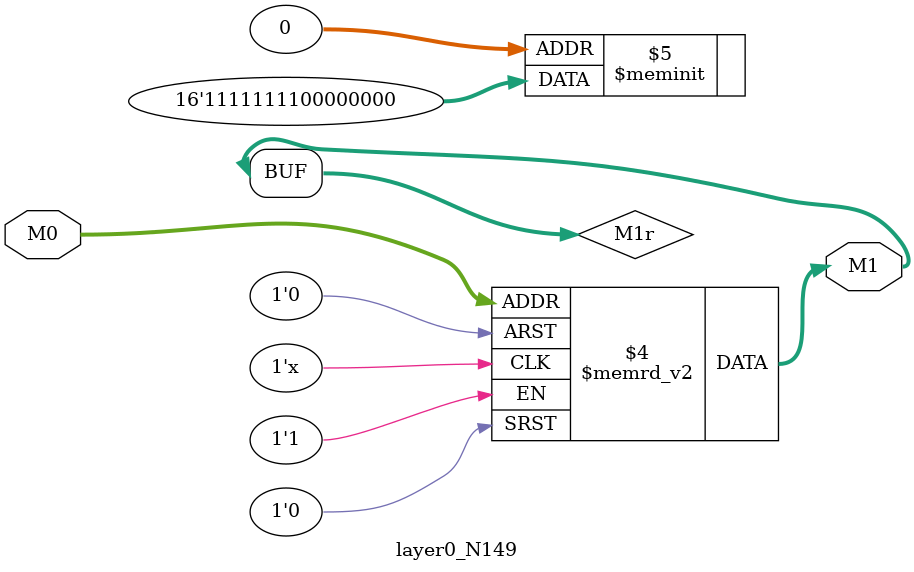
<source format=v>
module layer0_N149 ( input [2:0] M0, output [1:0] M1 );

	(*rom_style = "distributed" *) reg [1:0] M1r;
	assign M1 = M1r;
	always @ (M0) begin
		case (M0)
			3'b000: M1r = 2'b00;
			3'b100: M1r = 2'b11;
			3'b010: M1r = 2'b00;
			3'b110: M1r = 2'b11;
			3'b001: M1r = 2'b00;
			3'b101: M1r = 2'b11;
			3'b011: M1r = 2'b00;
			3'b111: M1r = 2'b11;

		endcase
	end
endmodule

</source>
